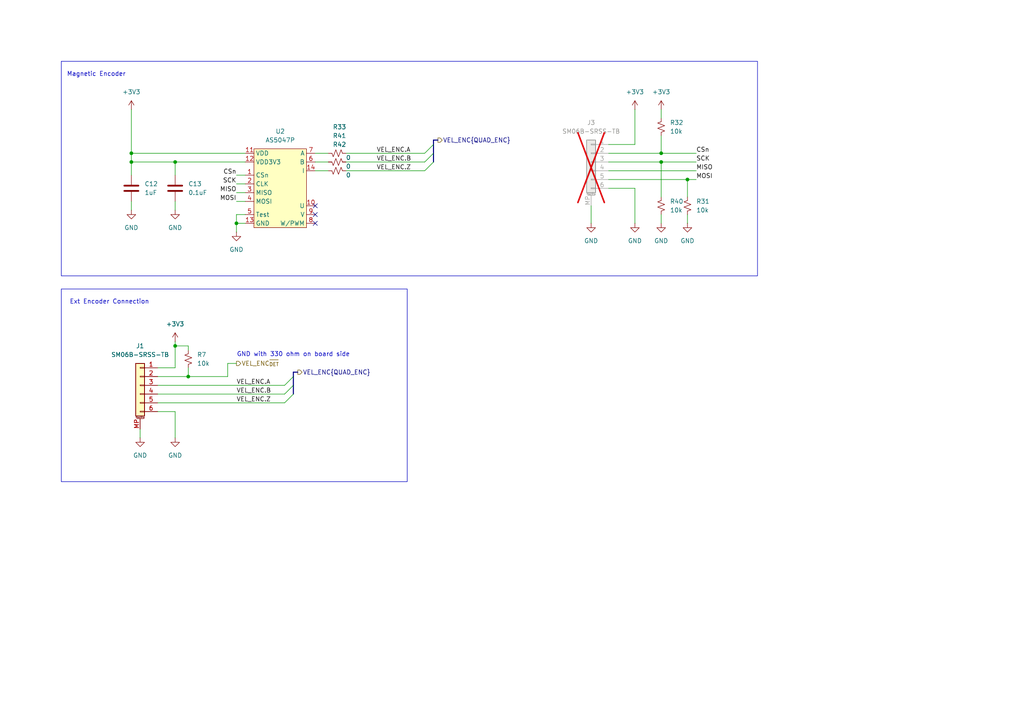
<source format=kicad_sch>
(kicad_sch (version 20231120) (generator "eeschema") (generator_version "8.0")
  (paper "A4")
  (lib_symbols
    (symbol "Connector_Generic_MountingPin:Conn_01x06_MountingPin" (pin_names (offset 1.016) hide)
      (property "Reference" "J" (at 0 7.62 0))
      (property "Value" "Conn_01x06_MountingPin" (at 1.27 -10.16 0))
      (symbol "Conn_01x06_MountingPin_1_1"
        (rectangle (start -1.27 -7.493) (end 0 -7.747) (stroke (width 0.1524)))
        (rectangle (start -1.27 -4.953) (end 0 -5.207) (stroke (width 0.1524)))
        (rectangle (start -1.27 -2.413) (end 0 -2.667) (stroke (width 0.1524)))
        (rectangle (start -1.27 0.127) (end 0 -0.127) (stroke (width 0.1524)))
        (rectangle (start -1.27 2.667) (end 0 2.413) (stroke (width 0.1524)))
        (rectangle (start -1.27 5.207) (end 0 4.953) (stroke (width 0.1524)))
        (rectangle (start -1.27 6.35) (end 1.27 -8.89) (stroke (width 0.254)) (fill (type background)))
        (polyline (pts (xy -1.016 -9.652) (xy 1.016 -9.652)) (stroke (width 0.1524)))
        (text "Mounting" (at 0 -9.271 0) (effects (font (size 0.381 0.381))))
        (pin passive line (at -5.08 5.08 0) (length 3.81) (name "Pin_1") (number "1"))
        (pin passive line (at -5.08 2.54 0) (length 3.81) (name "Pin_2") (number "2"))
        (pin passive line (at -5.08 0 0) (length 3.81) (name "Pin_3") (number "3"))
        (pin passive line (at -5.08 -2.54 0) (length 3.81) (name "Pin_4") (number "4"))
        (pin passive line (at -5.08 -5.08 0) (length 3.81) (name "Pin_5") (number "5"))
        (pin passive line (at -5.08 -7.62 0) (length 3.81) (name "Pin_6") (number "6"))
        (pin passive line (at 0 -12.7 90) (length 3.048) (name "MountPin") (number "MP"))
      )
    )
    (symbol "Device:C" (pin_numbers hide) (pin_names (offset 0.254))
      (property "Reference" "C" (at 0.635 2.54 0))
      (property "Value" "C" (at 0.635 -2.54 0))
      (symbol "C_0_1"
        (polyline (pts (xy -2.032 -0.762) (xy 2.032 -0.762)) (stroke (width 0.508)))
        (polyline (pts (xy -2.032 0.762) (xy 2.032 0.762)) (stroke (width 0.508)))
      )
      (symbol "C_1_1"
        (pin passive line (at 0 3.81 270) (length 2.794) (name "~") (number "1"))
        (pin passive line (at 0 -3.81 90) (length 2.794) (name "~") (number "2"))
      )
    )
    (symbol "Device:R_Small_US" (pin_numbers hide) (pin_names (offset 0.254) hide)
      (property "Reference" "R" (at 0.762 0.508 0))
      (property "Value" "R_Small_US" (at 0.762 -1.016 0))
      (symbol "R_Small_US_1_1"
        (polyline (pts (xy 0 0) (xy 1.016 -0.381) (xy 0 -0.762) (xy -1.016 -1.143) (xy 0 -1.524)))
        (polyline (pts (xy 0 1.524) (xy 1.016 1.143) (xy 0 0.762) (xy -1.016 0.381) (xy 0 0)))
        (pin passive line (at 0 2.54 270) (length 1.016) (name "~") (number "1"))
        (pin passive line (at 0 -2.54 90) (length 1.016) (name "~") (number "2"))
      )
    )
    (symbol "ams:AS5047P"
      (property "Reference" "U" (at -6.35 12.7 0))
      (property "Value" "AS5047P" (at -2.54 -12.7 0))
      (symbol "AS5047P_0_1"
        (rectangle (start -7.62 11.43) (end 7.62 -11.43) (stroke (width 0.1524)) (fill (type background)))
      )
      (symbol "AS5047P_1_1"
        (pin input line (at -10.16 3.81 0) (length 2.54) (name "CSn") (number "1"))
        (pin output line (at 10.16 -5.08 180) (length 2.54) (name "U") (number "10"))
        (pin power_in line (at -10.16 10.16 0) (length 2.54) (name "VDD") (number "11"))
        (pin power_out line (at -10.16 7.62 0) (length 2.54) (name "VDD3V3") (number "12"))
        (pin power_in line (at -10.16 -10.16 0) (length 2.54) (name "GND") (number "13"))
        (pin output line (at 10.16 5.08 180) (length 2.54) (name "I") (number "14"))
        (pin input line (at -10.16 1.27 0) (length 2.54) (name "CLK") (number "2"))
        (pin output line (at -10.16 -1.27 0) (length 2.54) (name "MISO") (number "3"))
        (pin input line (at -10.16 -3.81 0) (length 2.54) (name "MOSI") (number "4"))
        (pin input line (at -10.16 -7.62 0) (length 2.54) (name "Test") (number "5"))
        (pin output line (at 10.16 7.62 180) (length 2.54) (name "B") (number "6"))
        (pin output line (at 10.16 10.16 180) (length 2.54) (name "A") (number "7"))
        (pin output line (at 10.16 -10.16 180) (length 2.54) (name "W/PWM") (number "8"))
        (pin output line (at 10.16 -7.62 180) (length 2.54) (name "V") (number "9"))
      )
    )
    (symbol "power:+3V3" (power) (pin_numbers hide) (pin_names (offset 0) hide)
      (property "Value" "+3V3" (at 0 3.556 0))
      (symbol "+3V3_0_1"
        (polyline (pts (xy -0.762 1.27) (xy 0 2.54)))
        (polyline (pts (xy 0 0) (xy 0 2.54)))
        (polyline (pts (xy 0 2.54) (xy 0.762 1.27)))
      )
      (symbol "+3V3_1_1"
        (pin power_in line (at 0 0 90) (length 0) (name "~") (number "1"))
      )
    )
    (symbol "power:GND" (power) (pin_numbers hide) (pin_names (offset 0) hide)
      (property "Value" "GND" (at 0 -3.81 0))
      (symbol "GND_0_1"
        (polyline (pts (xy 0 0) (xy 0 -1.27) (xy 1.27 -1.27) (xy 0 -2.54) (xy -1.27 -1.27) (xy 0 -1.27)))
      )
      (symbol "GND_1_1"
        (pin power_in line (at 0 0 270) (length 0) (name "~") (number "1"))
      )
    )
  )
  (junction (at 191.77 44.45))
  (junction (at 38.1 46.99))
  (junction (at 50.8 100.33))
  (junction (at 191.77 46.99))
  (junction (at 199.39 52.07))
  (junction (at 54.61 109.22))
  (junction (at 68.58 64.77))
  (junction (at 50.8 46.99))
  (junction (at 38.1 44.45))
  (no_connect (at 91.44 59.69))
  (no_connect (at 91.44 64.77))
  (no_connect (at 91.44 62.23))
  (bus_entry (at 85.09 109.22) (size -2.54 2.54))
  (bus_entry (at 85.09 111.76) (size -2.54 2.54))
  (bus_entry (at 85.09 114.3) (size -2.54 2.54))
  (bus_entry (at 125.73 46.99) (size -2.54 2.54))
  (bus_entry (at 125.73 41.91) (size -2.54 2.54))
  (bus_entry (at 125.73 44.45) (size -2.54 2.54))
  (wire (pts (xy 176.53 44.45) (xy 191.77 44.45)))
  (wire (pts (xy 176.53 54.61) (xy 184.15 54.61)))
  (bus (pts (xy 85.09 109.22) (xy 85.09 111.76)))
  (wire (pts (xy 191.77 31.75) (xy 191.77 34.29)))
  (wire (pts (xy 54.61 100.33) (xy 50.8 100.33)))
  (wire (pts (xy 68.58 105.41) (xy 66.04 105.41)))
  (wire (pts (xy 191.77 46.99) (xy 201.93 46.99)))
  (wire (pts (xy 71.12 44.45) (xy 38.1 44.45)))
  (wire (pts (xy 38.1 58.42) (xy 38.1 60.96)))
  (wire (pts (xy 68.58 55.88) (xy 71.12 55.88)))
  (wire (pts (xy 40.64 124.46) (xy 40.64 127)))
  (wire (pts (xy 45.72 119.38) (xy 50.8 119.38)))
  (wire (pts (xy 91.44 49.53) (xy 95.25 49.53)))
  (wire (pts (xy 54.61 101.6) (xy 54.61 100.33)))
  (wire (pts (xy 100.33 46.99) (xy 123.19 46.99)))
  (wire (pts (xy 91.44 46.99) (xy 95.25 46.99)))
  (wire (pts (xy 45.72 111.76) (xy 82.55 111.76)))
  (wire (pts (xy 68.58 53.34) (xy 71.12 53.34)))
  (wire (pts (xy 199.39 62.23) (xy 199.39 64.77)))
  (wire (pts (xy 68.58 64.77) (xy 68.58 67.31)))
  (wire (pts (xy 50.8 58.42) (xy 50.8 60.96)))
  (wire (pts (xy 199.39 52.07) (xy 199.39 57.15)))
  (wire (pts (xy 50.8 46.99) (xy 38.1 46.99)))
  (wire (pts (xy 184.15 31.75) (xy 184.15 41.91)))
  (wire (pts (xy 199.39 52.07) (xy 201.93 52.07)))
  (wire (pts (xy 45.72 114.3) (xy 82.55 114.3)))
  (wire (pts (xy 50.8 119.38) (xy 50.8 127)))
  (wire (pts (xy 176.53 46.99) (xy 191.77 46.99)))
  (wire (pts (xy 68.58 62.23) (xy 68.58 64.77)))
  (wire (pts (xy 45.72 116.84) (xy 82.55 116.84)))
  (wire (pts (xy 38.1 44.45) (xy 38.1 31.75)))
  (wire (pts (xy 191.77 46.99) (xy 191.77 57.15)))
  (bus (pts (xy 85.09 107.95) (xy 85.09 109.22)))
  (wire (pts (xy 50.8 46.99) (xy 50.8 50.8)))
  (wire (pts (xy 100.33 49.53) (xy 123.19 49.53)))
  (wire (pts (xy 68.58 64.77) (xy 71.12 64.77)))
  (wire (pts (xy 50.8 100.33) (xy 50.8 99.06)))
  (bus (pts (xy 125.73 40.64) (xy 125.73 41.91)))
  (wire (pts (xy 176.53 49.53) (xy 201.93 49.53)))
  (bus (pts (xy 125.73 44.45) (xy 125.73 46.99)))
  (wire (pts (xy 176.53 41.91) (xy 184.15 41.91)))
  (wire (pts (xy 171.45 59.69) (xy 171.45 64.77)))
  (wire (pts (xy 68.58 50.8) (xy 71.12 50.8)))
  (wire (pts (xy 191.77 44.45) (xy 201.93 44.45)))
  (wire (pts (xy 38.1 46.99) (xy 38.1 44.45)))
  (wire (pts (xy 71.12 46.99) (xy 50.8 46.99)))
  (wire (pts (xy 176.53 52.07) (xy 199.39 52.07)))
  (wire (pts (xy 91.44 44.45) (xy 95.25 44.45)))
  (wire (pts (xy 50.8 106.68) (xy 50.8 100.33)))
  (wire (pts (xy 100.33 44.45) (xy 123.19 44.45)))
  (bus (pts (xy 86.36 107.95) (xy 85.09 107.95)))
  (bus (pts (xy 125.73 41.91) (xy 125.73 44.45)))
  (wire (pts (xy 184.15 54.61) (xy 184.15 64.77)))
  (wire (pts (xy 54.61 106.68) (xy 54.61 109.22)))
  (wire (pts (xy 45.72 109.22) (xy 54.61 109.22)))
  (wire (pts (xy 45.72 106.68) (xy 50.8 106.68)))
  (wire (pts (xy 68.58 58.42) (xy 71.12 58.42)))
  (wire (pts (xy 54.61 109.22) (xy 66.04 109.22)))
  (wire (pts (xy 191.77 39.37) (xy 191.77 44.45)))
  (wire (pts (xy 191.77 62.23) (xy 191.77 64.77)))
  (bus (pts (xy 127 40.64) (xy 125.73 40.64)))
  (bus (pts (xy 85.09 111.76) (xy 85.09 114.3)))
  (wire (pts (xy 66.04 105.41) (xy 66.04 109.22)))
  (wire (pts (xy 68.58 62.23) (xy 71.12 62.23)))
  (wire (pts (xy 38.1 46.99) (xy 38.1 50.8)))
  (rectangle (start 17.78 17.78) (end 219.71 80.01))
  (rectangle (start 17.78 83.82) (end 118.11 139.7))
  (text "Ext Encoder Connection" (at 31.75 87.63 0) (effects (font (size 1.27 1.27))))
  (text "Magnetic Encoder" (at 27.94 21.59 0) (effects (font (size 1.27 1.27))))
  (text "GND with 330 ohm on board side" (at 85.09 102.87 0) (effects (font (size 1.27 1.27))))
  (label "CSn" (at 68.58 50.8 180))
  (label "VEL_ENC.B" (at 68.58 114.3 0))
  (label "SCK" (at 201.93 46.99 0))
  (label "VEL_ENC.B" (at 109.22 46.99 0))
  (label "MOSI" (at 68.58 58.42 180))
  (label "CSn" (at 201.93 44.45 0))
  (label "VEL_ENC.A" (at 109.22 44.45 0))
  (label "VEL_ENC.Z" (at 68.58 116.84 0))
  (label "SCK" (at 68.58 53.34 180))
  (label "MISO" (at 68.58 55.88 180))
  (label "MISO" (at 201.93 49.53 0))
  (label "VEL_ENC.Z" (at 109.22 49.53 0))
  (label "MOSI" (at 201.93 52.07 0))
  (label "VEL_ENC.A" (at 68.58 111.76 0))
  (hierarchical_label "VEL_ENC_{~{DET}}" (shape output) (at 68.58 105.41 0))
  (hierarchical_label "VEL_ENC{QUAD_ENC}" (shape output) (at 127 40.64 0))
  (hierarchical_label "VEL_ENC{QUAD_ENC}" (shape output) (at 86.36 107.95 0))
  (symbol (lib_id "Device:R_Small_US") (at 97.79 44.45 270) (mirror x) (unit 1)
    (property "Reference" "R33" (at 96.52 36.83 90) (effects (justify left)))
    (property "Value" "0" (at 100.33 45.72 90) (effects (justify left)))
    (property "Footprint" "Resistor_SMD:R_0402_1005Metric" (effects (hide yes)))
    (property "Description" "Resistor, small US symbol" (effects (hide yes)))
  )
  (symbol (lib_id "power:GND") (at 50.8 127 0) (mirror y) (unit 1)
    (property "Reference" "#PWR010" (effects (hide yes)))
    (property "Value" "GND" (at 50.8 132.08 0))
    (property "Description" "Power symbol creates a global label with name \"GND\" , ground" (effects (hide yes)))
  )
  (symbol (lib_id "power:+3V3") (at 38.1 31.75 0) (unit 1)
    (property "Reference" "#PWR032" (effects (hide yes)))
    (property "Value" "+3V3" (at 38.1 26.67 0))
    (property "Description" "Power symbol creates a global label with name \"+3V3\"" (effects (hide yes)))
  )
  (symbol (lib_id "power:GND") (at 68.58 67.31 0) (unit 1)
    (property "Reference" "#PWR030" (effects (hide yes)))
    (property "Value" "GND" (at 68.58 72.39 0))
    (property "Description" "Power symbol creates a global label with name \"GND\" , ground" (effects (hide yes)))
  )
  (symbol (lib_id "power:GND") (at 171.45 64.77 0) (unit 1)
    (property "Reference" "#PWR035" (effects (hide yes)))
    (property "Value" "GND" (at 171.45 69.85 0))
    (property "Description" "Power symbol creates a global label with name \"GND\" , ground" (effects (hide yes)))
  )
  (symbol (lib_id "power:GND") (at 40.64 127 0) (mirror y) (unit 1)
    (property "Reference" "#PWR018" (effects (hide yes)))
    (property "Value" "GND" (at 40.64 132.08 0))
    (property "Description" "Power symbol creates a global label with name \"GND\" , ground" (effects (hide yes)))
  )
  (symbol (lib_id "Connector_Generic_MountingPin:Conn_01x06_MountingPin") (at 40.64 111.76 0) (mirror y) (unit 1)
    (property "Reference" "J1" (at 40.64 100.33 0))
    (property "Value" "SM06B-SRSS-TB" (at 40.64 102.87 0))
    (property "Footprint" "Connector_JST:JST_SH_SM06B-SRSS-TB_1x06-1MP_P1.00mm_Horizontal" (effects (hide yes)))
    (property "Description" "Generic connectable mounting pin connector, single row, 01x06, script generated (kicad-library-utils/schlib/autogen/connector/)" (effects (hide yes)))
  )
  (symbol (lib_id "Device:R_Small_US") (at 97.79 49.53 270) (mirror x) (unit 1)
    (property "Reference" "R42" (at 96.52 41.91 90) (effects (justify left)))
    (property "Value" "0" (at 100.33 50.8 90) (effects (justify left)))
    (property "Footprint" "Resistor_SMD:R_0402_1005Metric" (effects (hide yes)))
    (property "Description" "Resistor, small US symbol" (effects (hide yes)))
  )
  (symbol (lib_id "power:GND") (at 38.1 60.96 0) (unit 1)
    (property "Reference" "#PWR038" (effects (hide yes)))
    (property "Value" "GND" (at 38.1 66.04 0))
    (property "Description" "Power symbol creates a global label with name \"GND\" , ground" (effects (hide yes)))
  )
  (symbol (lib_id "power:GND") (at 184.15 64.77 0) (unit 1)
    (property "Reference" "#PWR037" (effects (hide yes)))
    (property "Value" "GND" (at 184.15 69.85 0))
    (property "Description" "Power symbol creates a global label with name \"GND\" , ground" (effects (hide yes)))
  )
  (symbol (lib_id "Device:C") (at 38.1 54.61 0) (unit 1)
    (property "Reference" "C12" (at 41.91 53.3399 0) (effects (justify left)))
    (property "Value" "1uF" (at 41.91 55.8799 0) (effects (justify left)))
    (property "Footprint" "Capacitor_SMD:C_0402_1005Metric" (effects (hide yes)))
    (property "Description" "Unpolarized capacitor" (effects (hide yes)))
  )
  (symbol (lib_id "power:+3V3") (at 50.8 99.06 0) (unit 1)
    (property "Reference" "#PWR09" (effects (hide yes)))
    (property "Value" "+3V3" (at 50.8 93.98 0))
    (property "Description" "Power symbol creates a global label with name \"+3V3\"" (effects (hide yes)))
  )
  (symbol (lib_id "Device:C") (at 50.8 54.61 0) (unit 1)
    (property "Reference" "C13" (at 54.61 53.3399 0) (effects (justify left)))
    (property "Value" "0.1uF" (at 54.61 55.8799 0) (effects (justify left)))
    (property "Footprint" "Capacitor_SMD:C_0402_1005Metric" (effects (hide yes)))
    (property "Description" "Unpolarized capacitor" (effects (hide yes)))
  )
  (symbol (lib_id "ams:AS5047P") (at 81.28 54.61 0) (unit 1)
    (property "Reference" "U2" (at 81.28 38.1 0))
    (property "Value" "AS5047P" (at 81.28 40.64 0))
    (property "Footprint" "Package_SO:TSSOP-14_4.4x5mm_P0.65mm" (effects (hide yes)))
  )
  (symbol (lib_id "Device:R_Small_US") (at 54.61 104.14 0) (mirror x) (unit 1)
    (property "Reference" "R7" (at 57.15 102.87 0) (effects (justify left)))
    (property "Value" "10k" (at 57.15 105.41 0) (effects (justify left)))
    (property "Footprint" "Resistor_SMD:R_0402_1005Metric" (effects (hide yes)))
    (property "Description" "Resistor, small US symbol" (effects (hide yes)))
  )
  (symbol (lib_id "Device:R_Small_US") (at 191.77 36.83 0) (mirror x) (unit 1)
    (property "Reference" "R32" (at 194.31 35.56 0) (effects (justify left)))
    (property "Value" "10k" (at 194.31 38.1 0) (effects (justify left)))
    (property "Footprint" "Resistor_SMD:R_0402_1005Metric" (effects (hide yes)))
    (property "Description" "Resistor, small US symbol" (effects (hide yes)))
  )
  (symbol (lib_id "Device:R_Small_US") (at 191.77 59.69 0) (mirror x) (unit 1)
    (property "Reference" "R40" (at 194.31 58.42 0) (effects (justify left)))
    (property "Value" "10k" (at 194.31 60.96 0) (effects (justify left)))
    (property "Footprint" "Resistor_SMD:R_0402_1005Metric" (effects (hide yes)))
    (property "Description" "Resistor, small US symbol" (effects (hide yes)))
  )
  (symbol (lib_id "power:GND") (at 191.77 64.77 0) (unit 1)
    (property "Reference" "#PWR039" (effects (hide yes)))
    (property "Value" "GND" (at 191.77 69.85 0))
    (property "Description" "Power symbol creates a global label with name \"GND\" , ground" (effects (hide yes)))
  )
  (symbol (lib_id "power:GND") (at 50.8 60.96 0) (unit 1)
    (property "Reference" "#PWR033" (effects (hide yes)))
    (property "Value" "GND" (at 50.8 66.04 0))
    (property "Description" "Power symbol creates a global label with name \"GND\" , ground" (effects (hide yes)))
  )
  (symbol (lib_id "power:+3V3") (at 184.15 31.75 0) (unit 1)
    (property "Reference" "#PWR034" (effects (hide yes)))
    (property "Value" "+3V3" (at 184.15 26.67 0))
    (property "Description" "Power symbol creates a global label with name \"+3V3\"" (effects (hide yes)))
  )
  (symbol (lib_id "Connector_Generic_MountingPin:Conn_01x06_MountingPin") (at 171.45 46.99 0) (mirror y) (unit 1) (dnp yes)
    (property "Reference" "J3" (at 171.45 35.56 0))
    (property "Value" "SM06B-SRSS-TB" (at 171.45 38.1 0))
    (property "Footprint" "Connector_JST:JST_SH_SM06B-SRSS-TB_1x06-1MP_P1.00mm_Horizontal" (effects (hide yes)))
    (property "Description" "Generic connectable mounting pin connector, single row, 01x06, script generated (kicad-library-utils/schlib/autogen/connector/)" (effects (hide yes)))
  )
  (symbol (lib_id "Device:R_Small_US") (at 97.79 46.99 270) (mirror x) (unit 1)
    (property "Reference" "R41" (at 96.52 39.37 90) (effects (justify left)))
    (property "Value" "0" (at 100.33 48.26 90) (effects (justify left)))
    (property "Footprint" "Resistor_SMD:R_0402_1005Metric" (effects (hide yes)))
    (property "Description" "Resistor, small US symbol" (effects (hide yes)))
  )
  (symbol (lib_id "power:GND") (at 199.39 64.77 0) (unit 1)
    (property "Reference" "#PWR040" (effects (hide yes)))
    (property "Value" "GND" (at 199.39 69.85 0))
    (property "Description" "Power symbol creates a global label with name \"GND\" , ground" (effects (hide yes)))
  )
  (symbol (lib_id "Device:R_Small_US") (at 199.39 59.69 0) (mirror x) (unit 1)
    (property "Reference" "R31" (at 201.93 58.42 0) (effects (justify left)))
    (property "Value" "10k" (at 201.93 60.96 0) (effects (justify left)))
    (property "Footprint" "Resistor_SMD:R_0402_1005Metric" (effects (hide yes)))
    (property "Description" "Resistor, small US symbol" (effects (hide yes)))
  )
  (symbol (lib_id "power:+3V3") (at 191.77 31.75 0) (unit 1)
    (property "Reference" "#PWR031" (effects (hide yes)))
    (property "Value" "+3V3" (at 191.77 26.67 0))
    (property "Description" "Power symbol creates a global label with name \"+3V3\"" (effects (hide yes)))
  )
)
</source>
